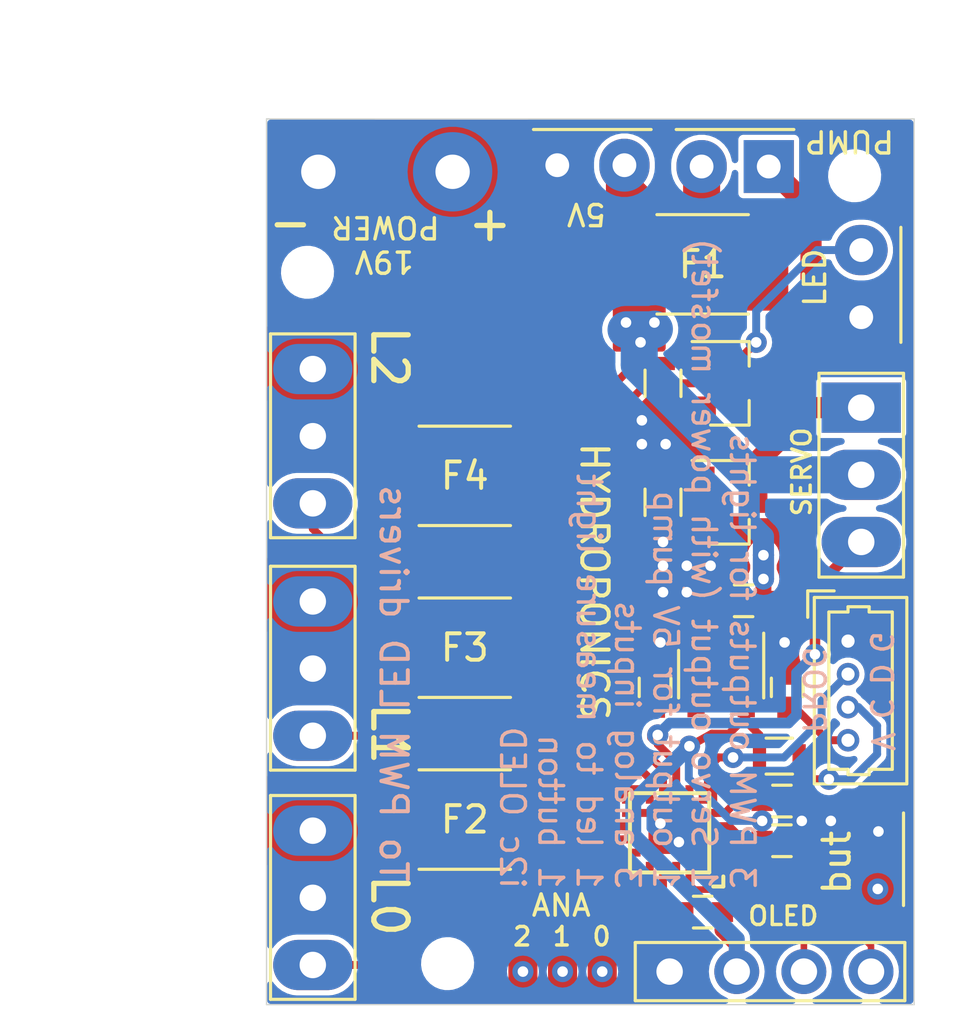
<source format=kicad_pcb>
(kicad_pcb (version 20221018) (generator pcbnew)
  (layers (0 "F.Cu" signal) (31 "B.Cu" signal) (34 "B.Paste" user) (35 "F.Paste" user) (36 "B.SilkS" user "B.Silkscreen") (37 "F.SilkS" user "F.Silkscreen") (38 "B.Mask" user) (39 "F.Mask" user) (44 "Edge.Cuts" user))
  (net 0 "")
  (net 1 "GND")
  (net 2 "Net-(C2-Pad1)")
  (net 3 "/C2D")
  (net 4 "/C2C")
  (net 5 "/SDA")
  (net 6 "/SCL")
  (net 7 "/BUT")
  (net 8 "Net-(U2-Pad7)")
  (net 9 "+5V")
  (net 10 "+3V3")
  (net 11 "Net-(F1-Pad1)")
  (net 12 "Net-(F2-Pad1)")
  (net 13 "+VDC")
  (net 14 "Net-(F3-Pad1)")
  (net 15 "Net-(F4-Pad1)")
  (net 16 "Net-(J2-Pad1)")
  (net 17 "/LED")
  (net 18 "Net-(J7-Pad1)")
  (net 19 "/SERVs")
  (net 20 "/PWM0")
  (net 21 "/PWM1")
  (net 22 "/PWM2")
  (net 23 "/SERVpwr")
  (net 24 "/ANA0")
  (net 25 "/ANA2")
  (net 26 "/ANA1")
  (net 27 "/PUMP")
  (net 28 "Net-(U2-Pad19)")
  (footprint "Capacitors_SMD:C_0603" (layer "F.Cu") (at 146.7 119.5 90)
    (fp_text reference "C2" hide)
    (fp_text value "470p" hide)
    (fp_line (start -0.35 -0.6) (end 0.35 -0.6) (stroke (width 0.12)) (layer "F.SilkS"))
    (fp_line (start 0.35 0.6) (end -0.35 0.6) (stroke (width 0.12)) (layer "F.SilkS"))
    (pad "1" smd rect (at -0.75 0 90) (size 0.8 0.75) (layers "F.Cu" "F.Paste" "F.Mask") (net 2 "Net-(C2-Pad1)"))
    (pad "2" smd rect (at 0.75 0 90) (size 0.8 0.75) (layers "F.Cu" "F.Paste" "F.Mask") (net 1 "GND"))
  )
  (footprint "Capacitors_SMD:C_0603" (layer "F.Cu") (at 151.5 123.8)
    (fp_text reference "C3" hide)
    (fp_text value "2uf" hide)
    (fp_line (start -0.35 -0.6) (end 0.35 -0.6) (stroke (width 0.12)) (layer "F.SilkS"))
    (fp_line (start 0.35 0.6) (end -0.35 0.6) (stroke (width 0.12)) (layer "F.SilkS"))
    (pad "1" smd rect (at -0.75 0) (size 0.8 0.75) (layers "F.Cu" "F.Paste" "F.Mask") (net 10 "+3V3"))
    (pad "2" smd rect (at 0.75 0) (size 0.8 0.75) (layers "F.Cu" "F.Paste" "F.Mask") (net 1 "GND"))
  )
  (footprint "Capacitors_SMD:C_0603" (layer "F.Cu") (at 151.5 125.3)
    (fp_text reference "C4" hide)
    (fp_text value "100n" hide)
    (fp_line (start -0.35 -0.6) (end 0.35 -0.6) (stroke (width 0.12)) (layer "F.SilkS"))
    (fp_line (start 0.35 0.6) (end -0.35 0.6) (stroke (width 0.12)) (layer "F.SilkS"))
    (pad "1" smd rect (at -0.75 0) (size 0.8 0.75) (layers "F.Cu" "F.Paste" "F.Mask") (net 10 "+3V3"))
    (pad "2" smd rect (at 0.75 0) (size 0.8 0.75) (layers "F.Cu" "F.Paste" "F.Mask") (net 1 "GND"))
  )
  (footprint "Capacitors_SMD:C_0603" (layer "F.Cu") (at 151.7 119.5 90)
    (fp_text reference "C5" hide)
    (fp_text value "2uf" hide)
    (fp_line (start -0.35 -0.6) (end 0.35 -0.6) (stroke (width 0.12)) (layer "F.SilkS"))
    (fp_line (start 0.35 0.6) (end -0.35 0.6) (stroke (width 0.12)) (layer "F.SilkS"))
    (pad "1" smd rect (at -0.75 0 90) (size 0.8 0.75) (layers "F.Cu" "F.Paste" "F.Mask") (net 10 "+3V3"))
    (pad "2" smd rect (at 0.75 0 90) (size 0.8 0.75) (layers "F.Cu" "F.Paste" "F.Mask") (net 1 "GND"))
  )
  (footprint "Capacitors_SMD:C_0603" (layer "F.Cu") (at 148.5 128 180)
    (fp_text reference "C6" hide)
    (fp_text value "10uf" hide)
    (fp_line (start -0.35 -0.6) (end 0.35 -0.6) (stroke (width 0.12)) (layer "F.SilkS"))
    (fp_line (start 0.35 0.6) (end -0.35 0.6) (stroke (width 0.12)) (layer "F.SilkS"))
    (pad "1" smd rect (at -0.75 0 180) (size 0.8 0.75) (layers "F.Cu" "F.Paste" "F.Mask") (net 10 "+3V3"))
    (pad "2" smd rect (at 0.75 0 180) (size 0.8 0.75) (layers "F.Cu" "F.Paste" "F.Mask") (net 1 "GND"))
  )
  (footprint "Resistors_SMD:R_1812" (layer "F.Cu") (at 148.5 103.5 180)
    (fp_text reference "F1" (at 0 0) (layer "F.SilkS"))
    (fp_text value "F0.75" hide)
    (fp_line (start -1.73 -1.88) (end 1.73 -1.88) (stroke (width 0.12)) (layer "F.SilkS"))
    (fp_line (start -1.73 1.88) (end 1.73 1.88) (stroke (width 0.12)) (layer "F.SilkS"))
    (pad "1" smd rect (at -2.44 0 180) (size 1.6 3.5) (layers "F.Cu" "F.Paste" "F.Mask") (net 11 "Net-(F1-Pad1)"))
    (pad "2" smd rect (at 2.44 0 180) (size 1.6 3.5) (layers "F.Cu" "F.Paste" "F.Mask") (net 9 "+5V"))
  )
  (footprint "Resistors_SMD:R_1812" (layer "F.Cu") (at 139.5 111.5)
    (fp_text reference "F4" (at 0 0) (layer "F.SilkS"))
    (fp_text value "F1.5" hide)
    (fp_line (start -1.73 -1.88) (end 1.73 -1.88) (stroke (width 0.12)) (layer "F.SilkS"))
    (fp_line (start -1.73 1.88) (end 1.73 1.88) (stroke (width 0.12)) (layer "F.SilkS"))
    (pad "1" smd rect (at -2.44 0) (size 1.6 3.5) (layers "F.Cu" "F.Paste" "F.Mask") (net 15 "Net-(F4-Pad1)"))
    (pad "2" smd rect (at 2.44 0) (size 1.6 3.5) (layers "F.Cu" "F.Paste" "F.Mask") (net 13 "+VDC"))
  )
  (footprint "KiCadCustomLibs:Conn_Power" (layer "F.Cu") (at 136.5 100)
    (fp_text reference "J1" hide)
    (fp_text value "POWER" (at 0 2.1 180 unlocked) (layer "F.SilkS") (effects (font (size 0.8 0.8) (thickness 0.13))))
    (pad "1" thru_hole rect (at -2.54 0) (size 3 3) (drill 1.3) (layers "*.Cu" "*.Mask") (net 1 "GND"))
    (pad "2" thru_hole circle (at 2.54 0) (size 3 3) (drill 1.3) (layers "*.Cu" "*.Mask") (net 13 "+VDC"))
  )
  (footprint "KiCadCustomLibs:Conn_1x02_2.54_0.9mm" (layer "F.Cu") (at 143 99.75 90)
    (fp_text reference "J4" hide)
    (fp_text value "5VDC" hide)
    (pad "1" thru_hole rect (at 0 0 90) (size 2 1.9) (drill 0.9) (layers "*.Cu" "*.Mask") (net 1 "GND"))
    (pad "2" thru_hole oval (at 0 2.54 90) (size 2 1.9) (drill 0.9) (layers "*.Cu" "*.Mask") (net 9 "+5V"))
  )
  (footprint "KiCadCustomLibs:Conn_1x03_2.54mm" (layer "F.Cu") (at 154.5 108.92)
    (fp_text reference "J7" hide)
    (fp_text value "SERVO" hide)
    (fp_line (start -1.6 -1.3) (end -1.6 6.41) (stroke (width 0.12)) (layer "F.SilkS"))
    (fp_line (start -1.6 -1.3) (end 1.6 -1.3) (stroke (width 0.12)) (layer "F.SilkS"))
    (fp_line (start -1.6 6.41) (end 1.6 6.41) (stroke (width 0.12)) (layer "F.SilkS"))
    (fp_line (start 1.6 -1.3) (end 1.6 6.41) (stroke (width 0.12)) (layer "F.SilkS"))
    (pad "1" thru_hole rect (at 0 0) (size 3 1.9) (drill 1) (layers "*.Cu" "*.Mask") (net 18 "Net-(J7-Pad1)"))
    (pad "2" thru_hole oval (at 0 2.54) (size 3 1.9) (drill 1) (layers "*.Cu" "*.Mask") (net 9 "+5V"))
    (pad "3" thru_hole oval (at 0 5.08) (size 3 1.9) (drill 1) (layers "*.Cu" "*.Mask") (net 19 "/SERVs"))
  )
  (footprint "KiCadCustomLibs:Conn_1x03_2.54mm" (layer "F.Cu") (at 133.75 121.33 180)
    (fp_text reference "J9" hide)
    (fp_text value "LIGHT1" hide)
    (fp_line (start -1.6 -1.3) (end -1.6 6.41) (stroke (width 0.12)) (layer "F.SilkS"))
    (fp_line (start -1.6 -1.3) (end 1.6 -1.3) (stroke (width 0.12)) (layer "F.SilkS"))
    (fp_line (start -1.6 6.41) (end 1.6 6.41) (stroke (width 0.12)) (layer "F.SilkS"))
    (fp_line (start 1.6 -1.3) (end 1.6 6.41) (stroke (width 0.12)) (layer "F.SilkS"))
    (pad "1" thru_hole oval (at 0 0 180) (size 3 1.9) (drill 1) (layers "*.Cu" "*.Mask") (net 21 "/PWM1"))
    (pad "2" thru_hole rect (at 0 2.54 180) (size 3 1.9) (drill 1) (layers "*.Cu" "*.Mask") (net 1 "GND"))
    (pad "3" thru_hole oval (at 0 5.08 180) (size 3 1.9) (drill 1) (layers "*.Cu" "*.Mask") (net 14 "Net-(F3-Pad1)"))
  )
  (footprint "KiCadCustomLibs:Conn_1x03_2.54mm" (layer "F.Cu") (at 133.75 112.54 180)
    (fp_text reference "J10" hide)
    (fp_text value "LIGHT2" hide)
    (fp_line (start -1.6 -1.3) (end -1.6 6.41) (stroke (width 0.12)) (layer "F.SilkS"))
    (fp_line (start -1.6 -1.3) (end 1.6 -1.3) (stroke (width 0.12)) (layer "F.SilkS"))
    (fp_line (start -1.6 6.41) (end 1.6 6.41) (stroke (width 0.12)) (layer "F.SilkS"))
    (fp_line (start 1.6 -1.3) (end 1.6 6.41) (stroke (width 0.12)) (layer "F.SilkS"))
    (pad "1" thru_hole oval (at 0 0 180) (size 3 1.9) (drill 1) (layers "*.Cu" "*.Mask") (net 22 "/PWM2"))
    (pad "2" thru_hole rect (at 0 2.54 180) (size 3 1.9) (drill 1) (layers "*.Cu" "*.Mask") (net 1 "GND"))
    (pad "3" thru_hole oval (at 0 5.08 180) (size 3 1.9) (drill 1) (layers "*.Cu" "*.Mask") (net 15 "Net-(F4-Pad1)"))
  )
  (footprint "TO_SOT_Packages_SMD:SOT-23" (layer "F.Cu") (at 149.5 112.5)
    (fp_text reference "Q1" hide)
    (fp_text value "SI2312" hide)
    (fp_line (start 0.76 -1.58) (end -1.4 -1.58) (stroke (width 0.12)) (layer "F.SilkS"))
    (fp_line (start 0.76 -1.58) (end 0.76 -0.65) (stroke (width 0.12)) (layer "F.SilkS"))
    (fp_line (start 0.76 1.58) (end -0.7 1.58) (stroke (width 0.12)) (layer "F.SilkS"))
    (fp_line (start 0.76 1.58) (end 0.76 0.65) (stroke (width 0.12)) (layer "F.SilkS"))
    (pad "1" smd rect (at -1 -0.95) (size 0.9 0.8) (layers "F.Cu" "F.Paste" "F.Mask") (net 23 "/SERVpwr"))
    (pad "2" smd rect (at -1 0.95) (size 0.9 0.8) (layers "F.Cu" "F.Paste" "F.Mask") (net 1 "GND"))
    (pad "3" smd rect (at 1 0) (size 0.9 0.8) (layers "F.Cu" "F.Paste" "F.Mask") (net 18 "Net-(J7-Pad1)"))
  )
  (footprint "TO_SOT_Packages_SMD:SOT-23" (layer "F.Cu") (at 149.5 108)
    (fp_text reference "Q2" hide)
    (fp_text value "SI2312" hide)
    (fp_line (start 0.76 -1.58) (end -1.4 -1.58) (stroke (width 0.12)) (layer "F.SilkS"))
    (fp_line (start 0.76 -1.58) (end 0.76 -0.65) (stroke (width 0.12)) (layer "F.SilkS"))
    (fp_line (start 0.76 1.58) (end -0.7 1.58) (stroke (width 0.12)) (layer "F.SilkS"))
    (fp_line (start 0.76 1.58) (end 0.76 0.65) (stroke (width 0.12)) (layer "F.SilkS"))
    (pad "1" smd rect (at -1 -0.95) (size 0.9 0.8) (layers "F.Cu" "F.Paste" "F.Mask") (net 27 "/PUMP"))
    (pad "2" smd rect (at -1 0.95) (size 0.9 0.8) (layers "F.Cu" "F.Paste" "F.Mask") (net 1 "GND"))
    (pad "3" smd rect (at 1 0) (size 0.9 0.8) (layers "F.Cu" "F.Paste" "F.Mask") (net 16 "Net-(J2-Pad1)"))
  )
  (footprint "Resistors_SMD:R_0603" (layer "F.Cu") (at 151.4 122.1)
    (fp_text reference "R1" hide)
    (fp_text value "10K" hide)
    (fp_line (start -0.5 -0.68) (end 0.5 -0.68) (stroke (width 0.12)) (layer "F.SilkS"))
    (fp_line (start 0.5 0.68) (end -0.5 0.68) (stroke (width 0.12)) (layer "F.SilkS"))
    (pad "1" smd rect (at -0.75 0) (size 0.5 0.9) (layers "F.Cu" "F.Paste" "F.Mask") (net 10 "+3V3"))
    (pad "2" smd rect (at 0.75 0) (size 0.5 0.9) (layers "F.Cu" "F.Paste" "F.Mask") (net 4 "/C2C"))
  )
  (footprint "Resistors_SMD:R_0603" (layer "F.Cu") (at 147 108 -90)
    (fp_text reference "R2" hide)
    (fp_text value "10K" hide)
    (fp_line (start -0.5 -0.68) (end 0.5 -0.68) (stroke (width 0.12)) (layer "F.SilkS"))
    (fp_line (start 0.5 0.68) (end -0.5 0.68) (stroke (width 0.12)) (layer "F.SilkS"))
    (pad "1" smd rect (at -0.75 0 270) (size 0.5 0.9) (layers "F.Cu" "F.Paste" "F.Mask") (net 27 "/PUMP"))
    (pad "2" smd rect (at 0.75 0 270) (size 0.5 0.9) (layers "F.Cu" "F.Paste" "F.Mask") (net 1 "GND"))
  )
  (footprint "KiCadCustomLibs:POWER2PIN_2" (layer "F.Cu") (at 155.125 126.025 90)
    (fp_text reference "SW2" hide)
    (fp_text value "but" (at -0.1 -1.55 90) (layer "F.SilkS"))
    (pad "1" smd rect (at -1.1 0 90) (size 1.5 1.5) (layers "F.Cu" "F.Paste" "F.Mask") (net 7 "/BUT"))
    (pad "2" smd rect (at 1.1 0 90) (size 1.5 1.5) (layers "F.Cu" "F.Paste" "F.Mask") (net 1 "GND"))
  )
  (footprint "TO_SOT_Packages_SMD:SOT-23-5" (layer "F.Cu") (at 149.2 119 -90)
    (fp_text reference "U1" hide)
    (fp_text value "MIC5219-3.3" hide)
    (fp_line (start -0.9 1.61) (end 0.9 1.61) (stroke (width 0.12)) (layer "F.SilkS"))
    (fp_line (start 0.9 -1.61) (end -1.55 -1.61) (stroke (width 0.12)) (layer "F.SilkS"))
    (pad "1" smd rect (at -1.1 -0.95 270) (size 1.06 0.65) (layers "F.Cu" "F.Paste" "F.Mask") (net 9 "+5V"))
    (pad "2" smd rect (at -1.1 0 270) (size 1.06 0.65) (layers "F.Cu" "F.Paste" "F.Mask") (net 1 "GND"))
    (pad "3" smd rect (at -1.1 0.95 270) (size 1.06 0.65) (layers "F.Cu" "F.Paste" "F.Mask") (net 9 "+5V"))
    (pad "4" smd rect (at 1.1 0.95 270) (size 1.06 0.65) (layers "F.Cu" "F.Paste" "F.Mask") (net 2 "Net-(C2-Pad1)"))
    (pad "5" smd rect (at 1.1 -0.95 270) (size 1.06 0.65) (layers "F.Cu" "F.Paste" "F.Mask") (net 10 "+3V3"))
  )
  (footprint "KiCadCustomLibs:QFN20" (layer "F.Cu") (at 147.25 125 90)
    (fp_text reference "U2" hide)
    (fp_text value "EFM8BB1" hide)
    (fp_line (start -2.032 2.032) (end -2.032 1.651) (stroke (width 0.15)) (layer "F.SilkS"))
    (fp_line (start -1.651 2.032) (end -2.032 2.032) (stroke (width 0.15)) (layer "F.SilkS"))
    (fp_line (start -1.5 -1.5) (end -1.5 1.5) (stroke (width 0.15)) (layer "F.SilkS"))
    (fp_line (start -1.5 1.5) (end 1.5 1.5) (stroke (width 0.15)) (layer "F.SilkS"))
    (fp_line (start 1.5 -1.5) (end -1.5 -1.5) (stroke (width 0.15)) (layer "F.SilkS"))
    (fp_line (start 1.5 1.5) (end 1.5 -1.5) (stroke (width 0.15)) (layer "F.SilkS"))
    (pad "1" smd rect (at -1.45 1.45 90) (size 0.7 0.7) (layers "F.Cu" "F.Paste" "F.Mask") (net 5 "/SDA"))
    (pad "2" smd rect (at -0.75 1.45 90) (size 0.3 0.7) (layers "F.Cu" "F.Paste" "F.Mask") (net 7 "/BUT"))
    (pad "3" smd rect (at -0.25 1.45 90) (size 0.3 0.7) (layers "F.Cu" "F.Paste" "F.Mask") (net 1 "GND"))
    (pad "4" smd rect (at 0.25 1.45 90) (size 0.3 0.7) (layers "F.Cu" "F.Paste" "F.Mask") (net 10 "+3V3"))
    (pad "5" smd rect (at 0.75 1.45 90) (size 0.3 0.7) (layers "F.Cu" "F.Paste" "F.Mask") (net 4 "/C2C"))
    (pad "6" smd rect (at 1.45 1.45 90) (size 0.7 0.7) (layers "F.Cu" "F.Paste" "F.Mask") (net 3 "/C2D"))
    (pad "7" smd rect (at 1.45 0.75 180) (size 0.3 0.7) (layers "F.Cu" "F.Paste" "F.Mask") (net 8 "Net-(U2-Pad7)"))
    (pad "8" smd rect (at 1.45 0.25 180) (size 0.3 0.7) (layers "F.Cu" "F.Paste" "F.Mask") (net 19 "/SERVs"))
    (pad "9" smd rect (at 1.45 -0.25 180) (size 0.3 0.7) (layers "F.Cu" "F.Paste" "F.Mask") (net 23 "/SERVpwr"))
    (pad "10" smd rect (at 1.45 -0.75 180) (size 0.3 0.7) (layers "F.Cu" "F.Paste" "F.Mask") (net 17 "/LED"))
    (pad "11" smd rect (at 1.45 -1.45 90) (size 0.7 0.7) (layers "F.Cu" "F.Paste" "F.Mask") (net 27 "/PUMP"))
    (pad "12" smd rect (at 0.75 -1.45 90) (size 0.3 0.7) (layers "F.Cu" "F.Paste" "F.Mask") (net 1 "GND"))
    (pad "13" smd rect (at 0.25 -1.45 90) (size 0.3 0.7) (layers "F.Cu" "F.Paste" "F.Mask") (net 22 "/PWM2"))
    (pad "14" smd rect (at -0.25 -1.45 90) (size 0.3 0.7) (layers "F.Cu" "F.Paste" "F.Mask") (net 21 "/PWM1"))
    (pad "15" smd rect (at -0.75 -1.45 90) (size 0.3 0.7) (layers "F.Cu" "F.Paste" "F.Mask") (net 20 "/PWM0"))
    (pad "16" smd rect (at -1.45 -1.45 90) (size 0.7 0.7) (layers "F.Cu" "F.Paste" "F.Mask") (net 25 "/ANA2"))
    (pad "17" smd rect (at -1.45 -0.75 180) (size 0.3 0.7) (layers "F.Cu" "F.Paste" "F.Mask") (net 26 "/ANA1"))
    (pad "18" smd rect (at -1.45 -0.25 180) (size 0.3 0.7) (layers "F.Cu" "F.Paste" "F.Mask") (net 24 "/ANA0"))
    (pad "19" smd rect (at -1.45 0.25 180) (size 0.3 0.7) (layers "F.Cu" "F.Paste" "F.Mask") (net 28 "Net-(U2-Pad19)"))
    (pad "20" smd rect (at -1.45 0.75 180) (size 0.3 0.7) (layers "F.Cu" "F.Paste" "F.Mask") (net 6 "/SCL"))
    (pad "21" smd rect (at 0 0 90) (size 1.6 1.6) (layers "F.Cu" "F.Paste" "F.Mask") (net 1 "GND"))
  )
  (footprint "KiCadCustomLibs:Conn_1x03_2.54mm" (layer "F.Cu") (at 133.75 130 180)
    (fp_text reference "J8" hide)
    (fp_text value "LIGHT0" hide)
    (fp_line (start -1.6 -1.3) (end -1.6 6.41) (stroke (width 0.12)) (layer "F.SilkS"))
    (fp_line (start -1.6 -1.3) (end 1.6 -1.3) (stroke (width 0.12)) (layer "F.SilkS"))
    (fp_line (start -1.6 6.41) (end 1.6 6.41) (stroke (width 0.12)) (layer "F.SilkS"))
    (fp_line (start 1.6 -1.3) (end 1.6 6.41) (stroke (width 0.12)) (layer "F.SilkS"))
    (pad "1" thru_hole oval (at 0 0 180) (size 3 1.9) (drill 1) (layers "*.Cu" "*.Mask") (net 20 "/PWM0"))
    (pad "2" thru_hole rect (at 0 2.54 180) (size 3 1.9) (drill 1) (layers "*.Cu" "*.Mask") (net 1 "GND"))
    (pad "3" thru_hole oval (at 0 5.08 180) (size 3 1.9) (drill 1) (layers "*.Cu" "*.Mask") (net 12 "Net-(F2-Pad1)"))
  )
  (footprint "KiCadCustomLibs:Conn_1x02_2.54_0.9mm" (layer "F.Cu") (at 151 99.8 -90)
    (fp_text reference "J2" hide)
    (fp_text value "PUMP" hide)
    (pad "1" thru_hole rect (at 0 0 270) (size 2 1.9) (drill 0.9) (layers "*.Cu" "*.Mask") (net 16 "Net-(J2-Pad1)"))
    (pad "2" thru_hole oval (at 0 2.54 270) (size 2 1.9) (drill 0.9) (layers "*.Cu" "*.Mask") (net 11 "Net-(F1-Pad1)"))
  )
  (footprint "Resistors_SMD:R_1812" (layer "F.Cu") (at 139.5 118)
    (fp_text reference "F3" (at 0 0) (layer "F.SilkS"))
    (fp_text value "F1.5" hide)
    (fp_line (start -1.73 -1.88) (end 1.73 -1.88) (stroke (width 0.12)) (layer "F.SilkS"))
    (fp_line (start -1.73 1.88) (end 1.73 1.88) (stroke (width 0.12)) (layer "F.SilkS"))
    (pad "1" smd rect (at -2.44 0) (size 1.6 3.5) (layers "F.Cu" "F.Paste" "F.Mask") (net 14 "Net-(F3-Pad1)"))
    (pad "2" smd rect (at 2.44 0) (size 1.6 3.5) (layers "F.Cu" "F.Paste" "F.Mask") (net 13 "+VDC"))
  )
  (footprint "Resistors_SMD:R_1812" (layer "F.Cu") (at 139.5 124.5)
    (fp_text reference "F2" (at 0 0) (layer "F.SilkS"))
    (fp_text value "F1.5" hide)
    (fp_line (start -1.73 -1.88) (end 1.73 -1.88) (stroke (width 0.12)) (layer "F.SilkS"))
    (fp_line (start -1.73 1.88) (end 1.73 1.88) (stroke (width 0.12)) (layer "F.SilkS"))
    (pad "1" smd rect (at -2.44 0) (size 1.6 3.5) (layers "F.Cu" "F.Paste" "F.Mask") (net 12 "Net-(F2-Pad1)"))
    (pad "2" smd rect (at 2.44 0) (size 1.6 3.5) (layers "F.Cu" "F.Paste" "F.Mask") (net 13 "+VDC"))
  )
  (footprint "Resistors_SMD:R_0603" (layer "F.Cu") (at 147 112.5 -90)
    (fp_text reference "R3" hide)
    (fp_text value "10K" hide)
    (fp_line (start -0.5 -0.68) (end 0.5 -0.68) (stroke (width 0.12)) (layer "F.SilkS"))
    (fp_line (start 0.5 0.68) (end -0.5 0.68) (stroke (width 0.12)) (layer "F.SilkS"))
    (pad "1" smd rect (at -0.75 0 270) (size 0.5 0.9) (layers "F.Cu" "F.Paste" "F.Mask") (net 23 "/SERVpwr"))
    (pad "2" smd rect (at 0.75 0 270) (size 0.5 0.9) (layers "F.Cu" "F.Paste" "F.Mask") (net 1 "GND"))
  )
  (footprint "KiCadCustomLibs:Conn_1x02_2.54_0.9mm" (layer "F.Cu") (at 154.5 105.5 180)
    (fp_text reference "J6" hide)
    (fp_text value "LEDsens" hide)
    (pad "1" thru_hole rect (at 0 0 180) (size 2 1.9) (drill 0.9) (layers "*.Cu" "*.Mask") (net 1 "GND"))
    (pad "2" thru_hole oval (at 0 2.54 180) (size 2 1.9) (drill 0.9) (layers "*.Cu" "*.Mask") (net 17 "/LED"))
  )
  (footprint "Capacitors_SMD:C_0603" (layer "F.Cu") (at 150.05 116.225 180)
    (fp_text reference "C1" hide)
    (fp_text value "1uf" hide)
    (fp_line (start -0.35 -0.6) (end 0.35 -0.6) (stroke (width 0.12)) (layer "F.SilkS"))
    (fp_line (start 0.35 0.6) (end -0.35 0.6) (stroke (width 0.12)) (layer "F.SilkS"))
    (pad "1" smd rect (at -0.75 0 180) (size 0.8 0.75) (layers "F.Cu" "F.Paste" "F.Mask") (net 9 "+5V"))
    (pad "2" smd rect (at 0.75 0 180) (size 0.8 0.75) (layers "F.Cu" "F.Paste" "F.Mask") (net 1 "GND"))
  )
  (footprint "KiCadCustomLibs:MountingHole_1.5mm" (layer "F.Cu") (at 138.85 129.95)
    (fp_text reference "REF**" hide)
    (fp_text value "hole" hide)
    (pad "" np_thru_hole circle (at 0 0) (size 1.5 1.5) (drill 1.5) (layers "*.Cu" "*.Mask"))
  )
  (footprint "KiCadCustomLibs:MountingHole_1.5mm" (layer "F.Cu") (at 133.55 103.8)
    (fp_text reference "REF**" hide)
    (fp_text value "hole" hide)
    (pad "" np_thru_hole circle (at 0 0) (size 1.5 1.5) (drill 1.5) (layers "*.Cu" "*.Mask"))
  )
  (footprint "Pin_Headers:Pin_Header_Straight_1x04_Pitch2.54mm" (layer "F.Cu") (at 147.25 130.25 90)
    (fp_text reference "J3" hide)
    (fp_text value "OLED")
    (fp_line (start -1.1 -1.3) (end -1.1 8.9) (stroke (width 0.12)) (layer "F.SilkS"))
    (fp_line (start -1.1 -1.3) (end 1.1 -1.3) (stroke (width 0.12)) (layer "F.SilkS"))
    (fp_line (start -1.1 8.9) (end 1.1 8.9) (stroke (width 0.12)) (layer "F.SilkS"))
    (fp_line (start 1.1 -1.3) (end 1.1 8.9) (stroke (width 0.12)) (layer "F.SilkS"))
    (pad "1" thru_hole rect (at 0 0 90) (size 1.7 1.7) (drill 1) (layers "*.Cu" "*.Mask") (net 1 "GND"))
    (pad "2" thru_hole oval (at 0 2.54 90) (size 1.7 1.7) (drill 1) (layers "*.Cu" "*.Mask") (net 10 "+3V3"))
    (pad "3" thru_hole oval (at 0 5.08 90) (size 1.7 1.7) (drill 1) (layers "*.Cu" "*.Mask") (net 6 "/SCL"))
    (pad "4" thru_hole oval (at 0 7.62 90) (size 1.7 1.7) (drill 1) (layers "*.Cu" "*.Mask") (net 5 "/SDA"))
  )
  (footprint "Connectors_Molex:Molex_PicoBlade_53047-0410_04x1.25mm_Straight" (layer "F.Cu") (at 154 117.75 -90)
    (fp_text reference "J5" hide)
    (fp_text value "PROG")
    (fp_line (start -1.9 1.525) (end -1.9 0.525) (stroke (width 0.12)) (layer "F.SilkS"))
    (fp_line (start -1.9 1.525) (end -0.9 1.525) (stroke (width 0.12)) (layer "F.SilkS"))
    (fp_line (start -1.65 -2.225) (end -1.65 1.275) (stroke (width 0.12)) (layer "F.SilkS"))
    (fp_line (start -1.65 1.275) (end 5.4 1.275) (stroke (width 0.12)) (layer "F.SilkS"))
    (fp_line (start -1.3 -0.8) (end -1.1 -0.8) (stroke (width 0.12)) (layer "F.SilkS"))
    (fp_line (start -1.3 0) (end -1.3 -0.8) (stroke (width 0.12)) (layer "F.SilkS"))
    (fp_line (start -1.1 -1.675) (end 1.875 -1.675) (stroke (width 0.12)) (layer "F.SilkS"))
    (fp_line (start -1.1 -0.8) (end -1.1 -1.675) (stroke (width 0.12)) (layer "F.SilkS"))
    (fp_line (start -1.1 0) (end -1.3 0) (stroke (width 0.12)) (layer "F.SilkS"))
    (fp_line (start -1.1 0.725) (end -1.1 0) (stroke (width 0.12)) (layer "F.SilkS"))
    (fp_line (start 1.875 0.725) (end -1.1 0.725) (stroke (width 0.12)) (layer "F.SilkS"))
    (fp_line (start 1.875 0.725) (end 4.85 0.725) (stroke (width 0.12)) (layer "F.SilkS"))
    (fp_line (start 4.85 -1.675) (end 1.875 -1.675) (stroke (width 0.12)) (layer "F.SilkS"))
    (fp_line (start 4.85 -0.8) (end 4.85 -1.675) (stroke (width 0.12)) (layer "F.SilkS"))
    (fp_line (start 4.85 0) (end 5.05 0) (stroke (width 0.12)) (layer "F.SilkS"))
    (fp_line (start 4.85 0.725) (end 4.85 0) (stroke (width 0.12)) (layer "F.SilkS"))
    (fp_line (start 5.05 -0.8) (end 4.85 -0.8) (stroke (width 0.12)) (layer "F.SilkS"))
    (fp_line (start 5.05 0) (end 5.05 -0.8) (stroke (width 0.12)) (layer "F.SilkS"))
    (fp_line (start 5.4 -2.225) (end -1.65 -2.225) (stroke (width 0.12)) (layer "F.SilkS"))
    (fp_line (start 5.4 1.275) (end 5.4 -2.225) (stroke (width 0.12)) (layer "F.SilkS"))
    (pad "1" thru_hole rect (at 0 0 270) (size 0.85 0.85) (drill 0.5) (layers "*.Cu" "*.Mask") (net 1 "GND"))
    (pad "2" thru_hole circle (at 1.25 0 270) (size 0.85 0.85) (drill 0.5) (layers "*.Cu" "*.Mask") (net 3 "/C2D"))
    (pad "3" thru_hole circle (at 2.5 0 270) (size 0.85 0.85) (drill 0.5) (layers "*.Cu" "*.Mask") (net 4 "/C2C"))
    (pad "4" thru_hole circle (at 3.75 0 270) (size 0.85 0.85) (drill 0.5) (layers "*.Cu" "*.Mask") (net 10 "+3V3"))
  )
  (footprint "KiCadCustomLibs:PROG-3pin" (layer "F.Cu") (at 143.2 130.25)
    (fp_text reference "J11" hide)
    (fp_text value "ANA" (at -0.05 -2.5) (layer "F.SilkS") (effects (font (size 0.8 0.8) (thickness 0.13))))
    (pad "1" smd oval (at 1.5 0) (size 1.1 1.5) (layers "F.Cu" "F.Mask") (net 24 "/ANA0"))
    (pad "2" smd oval (at 0 0) (size 1.1 1.5) (layers "F.Cu" "F.Mask") (net 26 "/ANA1"))
    (pad "3" smd oval (at -1.5 0) (size 1.1 1.5) (layers "F.Cu" "F.Mask") (net 25 "/ANA2"))
  )
  (footprint "KiCadCustomLibs:MountingHole_1.5mm" (layer "F.Cu") (at 154.25 100.15)
    (fp_text reference "REF**" hide)
    (fp_text value "hole" hide)
    (pad "" np_thru_hole circle (at 0 0) (size 1.5 1.5) (drill 1.5) (layers "*.Cu" "*.Mask"))
  )
  (gr_line (start 156 102.1) (end 156 106.45) (stroke (width 0.12)) (layer "F.SilkS"))
  (gr_line (start 147.5 98.4) (end 151.95 98.4) (stroke (width 0.12)) (layer "F.SilkS"))
  (gr_line (start 142.1 98.4) (end 146.55 98.4) (stroke (width 0.12)) (layer "F.SilkS"))
  (gr_line (start 156.1 124.25) (end 156.1 127.75) (stroke (width 0.12)) (layer "F.SilkS"))
  (gr_line (start 156.5 131.5) (end 132 131.5) (stroke (width 0.05)) (layer "Edge.Cuts"))
  (gr_line (start 132 131.5) (end 132 98) (stroke (width 0.05)) (layer "Edge.Cuts"))
  (gr_line (start 156.5 98) (end 156.5 131.5) (stroke (width 0.05)) (layer "Edge.Cuts"))
  (gr_line (start 132 98) (end 156.5 98) (stroke (width 0.05)) (layer "Edge.Cuts"))
  (gr_text "G" (at 155.25 117.8 -90) (layer "B.SilkS") (effects (font (size 0.8 0.8) (thickness 0.13)) (justify mirror)))
  (gr_text "C" (at 155.25 120.3 -90) (layer "B.SilkS") (effects (font (size 0.8 0.8) (thickness 0.13)) (justify mirror)))
  (gr_text "V" (at 155.3 121.55 -90) (layer "B.SilkS") (effects (font (size 0.8 0.8) (thickness 0.13)) (justify mirror)))
  (gr_text "PROG" (at 152.7 119.6 -90) (layer "B.SilkS") (effects (font (size 0.8 0.8) (thickness 0.13)) (justify mirror)))
  (gr_text "To PWM LED drivers" (at 136.8 119.35 270) (layer "B.SilkS") (effects (font (size 1 1)) (justify mirror)))
  (gr_text "D" (at 155.25 119 270) (layer "B.SilkS") (effects (font (size 0.8 0.8) (thickness 0.13)) (justify mirror)))
  (gr_text "3 PWM outputs for lights\n1 Servo output (with power mosfet)\n1 output for 5V pump\n3 analog inputs\n1 led to measure light\n1 button\ni2c OLED" (at 145.65 127.2 -90) (layer "B.SilkS") (effects (font (size 0.9 0.9) (thickness 0.13)) (justify left mirror)))
  (gr_text "PUMP" (at 154.05 98.85 180) (layer "F.SilkS") (effects (font (size 0.8 0.8) (thickness 0.13))))
  (gr_text "+" (at 140.45 102.125 180) (layer "F.SilkS") (effects (font (size 1.3 1.3) (thickness 0.2))))
  (gr_text "-" (at 132.9 102.1 180) (layer "F.SilkS") (effects (font (size 1.3 1.3) (thickness 0.2))))
  (gr_text "1" (at 143.175 128.925) (layer "F.SilkS") (effects (font (size 0.7 0.7) (thickness 0.13))))
  (gr_text "2" (at 141.675 128.925) (layer "F.SilkS") (effects (font (size 0.7 0.7) (thickness 0.13))))
  (gr_text "OLED" (at 151.55 128.15) (layer "F.SilkS") (effects (font (size 0.7 0.7) (thickness 0.13))))
  (gr_text "SERVO" (at 152.25 111.35 90) (layer "F.SilkS") (effects (font (size 0.7 0.7) (thickness 0.13))))
  (gr_text "L2" (at 136.65 107 -90) (layer "F.SilkS") (effects (font (size 1.3 1.3) (thickness 0.2))))
  (gr_text "L1" (at 136.65 121.25 270) (layer "F.SilkS") (effects (font (size 1.3 1.3) (thickness 0.2))))
  (gr_text "L0" (at 136.65 127.75 -90) (layer "F.SilkS") (effects (font (size 1.3 1.3) (thickness 0.2))))
  (gr_text "5V" (at 144.1 101.6 180) (layer "F.SilkS") (effects (font (size 0.8 0.8) (thickness 0.13))))
  (gr_text "19V" (at 136.45 103.4 180) (layer "F.SilkS") (effects (font (size 0.8 0.8) (thickness 0.13))))
  (gr_text "LED" (at 152.75 104 90) (layer "F.SilkS") (effects (font (size 0.8 0.8) (thickness 0.13))))
  (gr_text "HYDROPONICS" (at 144.4 115.5 270) (layer "F.SilkS") (effects (font (size 1 1))))
  (gr_text "0" (at 144.675 128.925) (layer "F.SilkS") (effects (font (size 0.7 0.7) (thickness 0.13))))
  (segment (start 152.25 124.55) (end 152.25 125.3) (width 0.6) (layer "F.Cu") (net 1))
  (segment (start 147.75 128.65) (end 147.25 129.15) (width 0.6) (layer "F.Cu") (net 1))
  (segment (start 152.25 123.8) (end 152.25 124.55) (width 0.6) (layer "F.Cu") (net 1))
  (segment (start 146.5 124.25) (end 147.25 125) (width 0.3) (layer "F.Cu") (net 1))
  (segment (start 147.25 129.15) (end 147.25 130.25) (width 0.6) (layer "F.Cu") (net 1))
  (segment (start 148.7 125.25) (end 147.7 125.25) (width 0.3) (layer "F.Cu") (net 1))
  (segment (start 145.8 124.25) (end 146.5 124.25) (width 0.3) (layer "F.Cu") (net 1))
  (segment (start 147.75 128) (end 147.75 128.65) (width 0.6) (layer "F.Cu") (net 1))
  (segment (start 147.7 125.25) (end 147.6 125.35) (width 0.3) (layer "F.Cu") (net 1))
  (via (at 147 115.9) (size 0.8) (drill 0.4) (layers "F.Cu" "B.Cu") (net 1))
  (via (at 146.9 117.8) (size 0.8) (drill 0.4) (layers "F.Cu" "B.Cu") (net 1))
  (via (at 151.6 117.8) (size 0.8) (drill 0.4) (layers "F.Cu" "B.Cu") (net 1))
  (via (at 146.2 109.4) (size 0.8) (drill 0.4) (layers "F.Cu" "B.Cu") (net 1))
  (via (at 147.6 125.35) (size 0.8) (drill 0.4) (layers "F.Cu" "B.Cu") (net 1))
  (via (at 153.35 124.55) (size 0.8) (drill 0.4) (layers "F.Cu" "B.Cu") (net 1))
  (via (at 148.8 114.9) (size 0.8) (drill 0.4) (layers "F.Cu" "B.Cu") (net 1))
  (via (at 146.2 110.3) (size 0.8) (drill 0.4) (layers "F.Cu" "B.Cu") (net 1))
  (via (at 147 114) (size 0.8) (drill 0.4) (layers "F.Cu" "B.Cu") (net 1))
  (via (at 147.9 114.9) (size 0.8) (drill 0.4) (layers "F.Cu" "B.Cu") (net 1))
  (via (at 155.15 124.95) (size 0.8) (drill 0.4) (layers "F.Cu" "B.Cu") (net 1))
  (via (at 146.9 124.65) (size 0.8) (drill 0.4) (layers "F.Cu" "B.Cu") (net 1))
  (via (at 147.9 115.9) (size 0.8) (drill 0.4) (layers "F.Cu" "B.Cu") (net 1))
  (via (at 147 114.9) (size 0.8) (drill 0.4) (layers "F.Cu" "B.Cu") (net 1))
  (via (at 152.25 124.55) (size 0.8) (drill 0.4) (layers "F.Cu" "B.Cu") (net 1))
  (via (at 147.1 110.3) (size 0.8) (drill 0.4) (layers "F.Cu" "B.Cu") (net 1))
  (segment (start 148.25 120.1) (end 147.7 120.1) (width 0.4) (layer "F.Cu") (net 2))
  (segment (start 147.7 120.1) (end 147.55 120.25) (width 0.4) (layer "F.Cu") (net 2))
  (segment (start 147.55 120.25) (end 146.7 120.25) (width 0.4) (layer "F.Cu") (net 2))
  (segment (start 149.1 122.15) (end 148.7 122.55) (width 0.3) (layer "F.Cu") (net 3))
  (segment (start 148.7 122.55) (end 148.7 123.55) (width 0.3) (layer "F.Cu") (net 3))
  (segment (start 149.65 122.15) (end 149.1 122.15) (width 0.3) (layer "F.Cu") (net 3))
  (via (at 149.65 122.15) (size 0.8) (drill 0.4) (layers "F.Cu" "B.Cu") (net 3))
  (segment (start 153 120.725) (end 153 120) (width 0.3) (layer "B.Cu") (net 3))
  (segment (start 149.65 122.15) (end 151.575 122.15) (width 0.3) (layer "B.Cu") (net 3))
  (segment (start 153 120) (end 154 119) (width 0.3) (layer "B.Cu") (net 3))
  (segment (start 151.575 122.15) (end 153 120.725) (width 0.3) (layer "B.Cu") (net 3))
  (segment (start 151.9 122.95) (end 152.15 122.7) (width 0.3) (layer "F.Cu") (net 4))
  (segment (start 148.7 124.25) (end 149.35 124.25) (width 0.3) (layer "F.Cu") (net 4))
  (segment (start 152.3 122.85) (end 152.425 122.975) (width 0.3) (layer "F.Cu") (net 4))
  (segment (start 152.425 122.975) (end 153.275 122.975) (width 0.3) (layer "F.Cu") (net 4))
  (segment (start 149.85 123.4) (end 150.3 122.95) (width 0.3) (layer "F.Cu") (net 4))
  (segment (start 152.15 122.7) (end 152.3 122.85) (width 0.3) (layer "F.Cu") (net 4))
  (segment (start 149.85 123.75) (end 149.85 123.4) (width 0.3) (layer "F.Cu") (net 4))
  (segment (start 149.35 124.25) (end 149.85 123.75) (width 0.3) (layer "F.Cu") (net 4))
  (segment (start 152.15 122.7) (end 152.15 122.1) (width 0.3) (layer "F.Cu") (net 4))
  (segment (start 150.3 122.95) (end 151.9 122.95) (width 0.3) (layer "F.Cu") (net 4))
  (via (at 153.275 122.975) (size 0.8) (drill 0.4) (layers "F.Cu" "B.Cu") (net 4))
  (segment (start 155.1 120.95) (end 154.4 120.25) (width 0.3) (layer "B.Cu") (net 4))
  (segment (start 155.1 122.025) (end 155.1 120.95) (width 0.3) (layer "B.Cu") (net 4))
  (segment (start 154.4 120.25) (end 154 120.25) (width 0.3) (layer "B.Cu") (net 4))
  (segment (start 153.275 122.975) (end 154.15 122.975) (width 0.3) (layer "B.Cu") (net 4))
  (segment (start 154.15 122.975) (end 155.1 122.025) (width 0.3) (layer "B.Cu") (net 4))
  (segment (start 150.85 126.6) (end 148.85 126.6) (width 0.25) (layer "F.Cu") (net 5))
  (segment (start 154.87 129.27) (end 153.275 127.675) (width 0.25) (layer "F.Cu") (net 5))
  (segment (start 154.87 130.25) (end 154.87 129.27) (width 0.25) (layer "F.Cu") (net 5))
  (segment (start 151.925 127.675) (end 150.85 126.6) (width 0.25) (layer "F.Cu") (net 5))
  (segment (start 153.275 127.675) (end 151.925 127.675) (width 0.25) (layer "F.Cu") (net 5))
  (segment (start 148.85 126.6) (end 148.7 126.45) (width 0.25) (layer "F.Cu") (net 5))
  (segment (start 148 126.45) (end 148 126.95) (width 0.25) (layer "F.Cu") (net 6))
  (segment (start 148.2 127.15) (end 150.45 127.15) (width 0.25) (layer "F.Cu") (net 6))
  (segment (start 152.33 129.03) (end 152.33 130.25) (width 0.25) (layer "F.Cu") (net 6))
  (segment (start 148 126.95) (end 148.2 127.15) (width 0.25) (layer "F.Cu") (net 6))
  (segment (start 150.45 127.15) (end 152.33 129.03) (width 0.25) (layer "F.Cu") (net 6))
  (segment (start 155.125 127.125) (end 155.125 127.125) (width 0.25) (layer "F.Cu") (net 7))
  (segment (start 152.45 127.125) (end 155.125 127.125) (width 0.25) (layer "F.Cu") (net 7))
  (segment (start 148.7 125.75) (end 149.3 125.75) (width 0.25) (layer "F.Cu") (net 7))
  (segment (start 149.625 126.075) (end 151.4 126.075) (width 0.25) (layer "F.Cu") (net 7))
  (segment (start 151.4 126.075) (end 152.45 127.125) (width 0.25) (layer "F.Cu") (net 7))
  (segment (start 149.3 125.75) (end 149.625 126.075) (width 0.25) (layer "F.Cu") (net 7))
  (via (at 155.125 127.125) (size 0.8) (drill 0.4) (layers "F.Cu" "B.Cu") (net 7))
  (segment (start 145.54 99.75) (end 145.54 100.69) (width 1.4) (layer "F.Cu") (net 9))
  (segment (start 150.15 117.9) (end 150.15 118.525) (width 0.25) (layer "F.Cu") (net 9))
  (segment (start 148.75 119.025) (end 148.25 118.525) (width 0.25) (layer "F.Cu") (net 9))
  (segment (start 150.8 116.225) (end 150.8 116.4) (width 0.6) (layer "F.Cu") (net 9))
  (segment (start 145.8125 105.9625) (end 146.06 105.715) (width 0.8) (layer "F.Cu") (net 9))
  (segment (start 150.8 116.4) (end 150.15 117.05) (width 0.6) (layer "F.Cu") (net 9))
  (segment (start 149.65 119.025) (end 148.75 119.025) (width 0.25) (layer "F.Cu") (net 9))
  (segment (start 150.8 115.4) (end 150.8 116.225) (width 0.6) (layer "F.Cu") (net 9))
  (segment (start 146.06 101.21) (end 146.06 103.5) (width 1.4) (layer "F.Cu") (net 9))
  (segment (start 150.15 118.525) (end 149.65 119.025) (width 0.25) (layer "F.Cu") (net 9))
  (segment (start 145.54 100.69) (end 146.06 101.21) (width 1.4) (layer "F.Cu") (net 9))
  (segment (start 150.8 114.5) (end 150.8 115.4) (width 0.6) (layer "F.Cu") (net 9))
  (segment (start 148.25 118.525) (end 148.25 117.9) (width 0.25) (layer "F.Cu") (net 9))
  (segment (start 150.15 117.05) (end 150.15 117.9) (width 0.6) (layer "F.Cu") (net 9))
  (segment (start 146.06 105.715) (end 146.06 103.5) (width 0.8) (layer "F.Cu") (net 9))
  (via (at 146.15 106.45) (size 0.8) (drill 0.4) (layers "F.Cu" "B.Cu") (net 9))
  (via (at 150.8 115.4) (size 0.8) (drill 0.4) (layers "F.Cu" "B.Cu") (net 9))
  (via (at 145.6 105.7) (size 0.8) (drill 0.4) (layers "F.Cu" "B.Cu") (net 9))
  (via (at 146.675 105.7) (size 0.8) (drill 0.4) (layers "F.Cu" "B.Cu") (net 9))
  (via (at 150.8 114.5) (size 0.8) (drill 0.4) (layers "F.Cu" "B.Cu") (net 9))
  (segment (start 150.26 111.46) (end 146.1 107.3) (width 1.4) (layer "B.Cu") (net 9))
  (segment (start 150.8 115.4) (end 150.8 114.5) (width 0.8) (layer "B.Cu") (net 9))
  (segment (start 146.65 105.975) (end 146.675 105.95) (width 1.4) (layer "B.Cu") (net 9))
  (segment (start 150.8 115.4) (end 150.8 114.6) (width 0.8) (layer "B.Cu") (net 9))
  (segment (start 146.1 107.3) (end 146.1 106.3) (width 1.4) (layer "B.Cu") (net 9))
  (segment (start 154.5 111.46) (end 150.26 111.46) (width 1.4) (layer "B.Cu") (net 9))
  (segment (start 150.26 113.26) (end 150.26 111.46) (width 0.8) (layer "B.Cu") (net 9))
  (segment (start 150.8 114.5) (end 150.8 113.8) (width 0.8) (layer "B.Cu") (net 9))
  (segment (start 150.8 113.8) (end 150.26 113.26) (width 0.8) (layer "B.Cu") (net 9))
  (segment (start 145.6 105.975) (end 146.65 105.975) (width 1.4) (layer "B.Cu") (net 9))
  (segment (start 150.75 124.55) (end 150.75 123.8) (width 0.3) (layer "F.Cu") (net 10))
  (segment (start 151.975 120.25) (end 151.7 120.25) (width 0.3) (layer "F.Cu") (net 10))
  (segment (start 151.7 120.25) (end 151.075 120.25) (width 0.3) (layer "F.Cu") (net 10))
  (segment (start 148.7 124.75) (end 149.5 124.75) (width 0.3) (layer "F.Cu") (net 10))
  (segment (start 150.15 120.6) (end 150.15 120.1) (width 0.3) (layer "F.Cu") (net 10))
  (segment (start 151.075 120.25) (end 150.925 120.1) (width 0.3) (layer "F.Cu") (net 10))
  (segment (start 150.65 121.3) (end 150.65 122.1) (width 0.3) (layer "F.Cu") (net 10))
  (segment (start 149.5 124.75) (end 150.05 125.3) (width 0.3) (layer "F.Cu") (net 10))
  (segment (start 149.25 128.675) (end 149.25 128) (width 0.6) (layer "F.Cu") (net 10))
  (segment (start 149.79 129.215) (end 149.25 128.675) (width 0.6) (layer "F.Cu") (net 10))
  (segment (start 148 121.725) (end 148.85 121.25) (width 0.3) (layer "F.Cu") (net 10))
  (segment (start 150.05 125.3) (end 150.75 125.3) (width 0.3) (layer "F.Cu") (net 10))
  (segment (start 150.75 125.3) (end 150.75 124.55) (width 0.3) (layer "F.Cu") (net 10))
  (segment (start 150.15 120.1) (end 150.15 120.8) (width 0.3) (layer "F.Cu") (net 10))
  (segment (start 148.85 121.25) (end 149.5 121.25) (width 0.3) (layer "F.Cu") (net 10))
  (segment (start 149.79 130.25) (end 149.79 129.215) (width 0.6) (layer "F.Cu") (net 10))
  (segment (start 150.925 120.1) (end 150.15 120.1) (width 0.3) (layer "F.Cu") (net 10))
  (segment (start 154 121.5) (end 153.225 121.5) (width 0.3) (layer "F.Cu") (net 10))
  (segment (start 153.225 121.5) (end 151.975 120.25) (width 0.3) (layer "F.Cu") (net 10))
  (segment (start 149.5 121.25) (end 150.15 120.6) (width 0.3) (layer "F.Cu") (net 10))
  (segment (start 150.15 120.8) (end 150.65 121.3) (width 0.3) (layer "F.Cu") (net 10))
  (via (at 148 121.725) (size 0.8) (drill 0.4) (layers "F.Cu" "B.Cu") (net 10))
  (via (at 150.75 124.55) (size 0.8) (drill 0.4) (layers "F.Cu" "B.Cu") (net 10))
  (segment (start 149.575 124.55) (end 150.75 124.55) (width 0.3) (layer "B.Cu") (net 10))
  (segment (start 148 121.725) (end 147.975 121.75) (width 0.3) (layer "B.Cu") (net 10))
  (segment (start 147.975 121.75) (end 147.975 122.95) (width 0.3) (layer "B.Cu") (net 10))
  (segment (start 149.79 129.015) (end 145.875 125.1) (width 0.6) (layer "B.Cu") (net 10))
  (segment (start 149.79 130.25) (end 149.79 129.015) (width 0.6) (layer "B.Cu") (net 10))
  (segment (start 145.875 123.85) (end 148 121.725) (width 0.6) (layer "B.Cu") (net 10))
  (segment (start 145.875 125.1) (end 145.875 123.85) (width 0.6) (layer "B.Cu") (net 10))
  (segment (start 147.975 122.95) (end 149.575 124.55) (width 0.3) (layer "B.Cu") (net 10))
  (segment (start 148.46 102.46) (end 149.5 103.5) (width 1.4) (layer "F.Cu") (net 11))
  (segment (start 149.5 103.5) (end 150.94 103.5) (width 1.4) (layer "F.Cu") (net 11))
  (segment (start 148.46 99.8) (end 148.46 102.46) (width 1.4) (layer "F.Cu") (net 11))
  (segment (start 152.6 101.4) (end 151 99.8) (width 0.8) (layer "F.Cu") (net 16))
  (segment (start 152.6 106.4) (end 152.6 101.4) (width 0.8) (layer "F.Cu") (net 16))
  (segment (start 151 108) (end 152.6 106.4) (width 0.8) (layer "F.Cu") (net 16))
  (segment (start 150.5 108) (end 151 108) (width 0.8) (layer "F.Cu") (net 16))
  (segment (start 150.525 106.45) (end 150.525 106.45) (width 0.3) (layer "F.Cu") (net 17))
  (segment (start 148.975 108) (end 150.525 106.45) (width 0.3) (layer "F.Cu") (net 17))
  (segment (start 146.5 122.95) (end 145.425 121.875) (width 0.3) (layer "F.Cu") (net 17))
  (segment (start 145.425 121.875) (end 145.425 108.975) (width 0.3) (layer "F.Cu") (net 17))
  (segment (start 146.4 108) (end 148.975 108) (width 0.3) (layer "F.Cu") (net 17))
  (segment (start 146.5 123.55) (end 146.5 122.95) (width 0.3) (layer "F.Cu") (net 17))
  (segment (start 145.425 108.975) (end 146.4 108) (width 0.3) (layer "F.Cu") (net 17))
  (via (at 150.525 106.45) (size 0.8) (drill 0.4) (layers "F.Cu" "B.Cu") (net 17))
  (segment (start 150.525 105.275) (end 152.84 102.96) (width 0.3) (layer "B.Cu") (net 17))
  (segment (start 150.525 106.45) (end 150.525 105.275) (width 0.3) (layer "B.Cu") (net 17))
  (segment (start 152.84 102.96) (end 154.5 102.96) (width 0.3) (layer "B.Cu") (net 17))
  (segment (start 152.605 108.92) (end 150.5 111.025) (width 0.8) (layer "F.Cu") (net 18))
  (segment (start 150.5 111.025) (end 150.5 112.5) (width 0.8) (layer "F.Cu") (net 18))
  (segment (start 154.5 108.92) (end 152.605 108.92) (width 0.8) (layer "F.Cu") (net 18))
  (segment (start 146.8 121.3) (end 146.55 121.4) (width 0.3) (layer "F.Cu") (net 19))
  (segment (start 152.75 115.75) (end 154.5 114) (width 0.4) (layer "F.Cu") (net 19))
  (segment (start 147.5 122.35) (end 146.8 121.65) (width 0.3) (layer "F.Cu") (net 19))
  (segment (start 146.8 121.65) (end 146.8 121.3) (width 0.3) (layer "F.Cu") (net 19))
  (segment (start 147.5 123.55) (end 147.5 122.35) (width 0.3) (layer "F.Cu") (net 19))
  (segment (start 152.75 118.25) (end 152.75 115.75) (width 0.4) (layer "F.Cu") (net 19))
  (via (at 152.75 118.25) (size 0.8) (drill 0.4) (layers "F.Cu" "B.Cu") (net 19))
  (via (at 146.8 121.3) (size 0.8) (drill 0.4) (layers "F.Cu" "B.Cu") (net 19))
  (segment (start 147.075 121.025) (end 147.25 120.85) (width 0.4) (layer "B.Cu") (net 19))
  (segment (start 147.25 120.85) (end 151.75 120.85) (width 0.4) (layer "B.Cu") (net 19))
  (segment (start 152.05 120.55) (end 152.05 118.95) (width 0.4) (layer "B.Cu") (net 19))
  (segment (start 146.8 121.3) (end 147.075 121.025) (width 0.4) (layer "B.Cu") (net 19))
  (segment (start 151.75 120.85) (end 152.05 120.55) (width 0.4) (layer "B.Cu") (net 19))
  (segment (start 152.05 118.95) (end 152.75 118.25) (width 0.4) (layer "B.Cu") (net 19))
  (segment (start 145.25 125.75) (end 145.8 125.75) (width 0.3) (layer "F.Cu") (net 20))
  (segment (start 135.65 130) (end 137.7 127.95) (width 0.3) (layer "F.Cu") (net 20))
  (segment (start 137.7 127.95) (end 143.05 127.95) (width 0.3) (layer "F.Cu") (net 20))
  (segment (start 133.75 130) (end 135.65 130) (width 0.3) (layer "F.Cu") (net 20))
  (segment (start 143.05 127.95) (end 145.25 125.75) (width 0.3) (layer "F.Cu") (net 20))
  (segment (start 137.63 121.33) (end 138.4 122.1) (width 0.3) (layer "F.Cu") (net 21))
  (segment (start 133.75 121.33) (end 137.63 121.33) (width 0.3) (layer "F.Cu") (net 21))
  (segment (start 138.4 122.1) (end 138.4 126.65) (width 0.3) (layer "F.Cu") (net 21))
  (segment (start 138.4 126.65) (end 139.2 127.45) (width 0.3) (layer "F.Cu") (net 21))
  (segment (start 145 125.25) (end 145.8 125.25) (width 0.3) (layer "F.Cu") (net 21))
  (segment (start 139.2 127.45) (end 142.8 127.45) (width 0.3) (layer "F.Cu") (net 21))
  (segment (start 142.8 127.45) (end 145 125.25) (width 0.3) (layer "F.Cu") (net 21))
  (segment (start 144.75 124.75) (end 145.8 124.75) (width 0.3) (layer "F.Cu") (net 22))
  (segment (start 139.4 126.9) (end 142.6 126.9) (width 0.3) (layer "F.Cu") (net 22))
  (segment (start 138.9 121.8) (end 138.9 126.4) (width 0.3) (layer "F.Cu") (net 22))
  (segment (start 138.6 114.35) (end 138.6 121.5) (width 0.3) (layer "F.Cu") (net 22))
  (segment (start 138.25 114) (end 138.6 114.35) (width 0.3) (layer "F.Cu") (net 22))
  (segment (start 142.6 126.9) (end 144.75 124.75) (width 0.3) (layer "F.Cu") (net 22))
  (segment (start 138.9 126.4) (end 139.4 126.9) (width 0.3) (layer "F.Cu") (net 22))
  (segment (start 134.25 114) (end 138.25 114) (width 0.3) (layer "F.Cu") (net 22))
  (segment (start 133.75 113.5) (end 134.25 114) (width 0.3) (layer "F.Cu") (net 22))
  (segment (start 133.75 112.5) (end 133.75 113.5) (width 0.3) (layer "F.Cu") (net 22))
  (segment (start 138.6 121.5) (end 138.9 121.8) (width 0.3) (layer "F.Cu") (net 22))
  (segment (start 147.75 111.55) (end 148.5 111.55) (width 0.3) (layer "F.Cu") (net 23))
  (segment (start 147.55 111.75) (end 147.75 111.55) (width 0.3) (layer "F.Cu") (net 23))
  (segment (start 147 122.625) (end 145.95 121.575) (width 0.3) (layer "F.Cu") (net 23))
  (segment (start 146.35 111.75) (end 147 111.75) (width 0.3) (layer "F.Cu") (net 23))
  (segment (start 145.95 112.15) (end 146.35 111.75) (width 0.3) (layer "F.Cu") (net 23))
  (segment (start 147 111.75) (end 147.55 111.75) (width 0.3) (layer "F.Cu") (net 23))
  (segment (start 145.95 121.575) (end 145.95 112.15) (width 0.3) (layer "F.Cu") (net 23))
  (segment (start 147 123.55) (end 147 122.625) (width 0.3) (layer "F.Cu") (net 23))
  (segment (start 147 127.475) (end 147 126.45) (width 0.3) (layer "F.Cu") (net 24))
  (segment (start 144.7 129.775) (end 147 127.475) (width 0.3) (layer "F.Cu") (net 24))
  (segment (start 144.7 130.25) (end 144.7 129.775) (width 0.3) (layer "F.Cu") (net 24))
  (via (at 144.7 130.25) (size 0.8) (drill 0.4) (layers "F.Cu" "B.Cu") (net 24))
  (segment (start 141.7 130.25) (end 141.7 130.1) (width 0.3) (layer "F.Cu") (net 25))
  (segment (start 143.475 128.325) (end 143.925 128.325) (width 0.3) (layer "F.Cu") (net 25))
  (segment (start 143.925 128.325) (end 145.8 126.45) (width 0.3) (layer "F.Cu") (net 25))
  (segment (start 141.7 130.1) (end 143.475 128.325) (width 0.3) (layer "F.Cu") (net 25))
  (via (at 141.7 130.25) (size 0.8) (drill 0.4) (layers "F.Cu" "B.Cu") (net 25))
  (segment (start 143.7 128.95) (end 143.2 129.45) (width 0.3) (layer "F.Cu") (net 26))
  (segment (start 144.65 128.95) (end 143.7 128.95) (width 0.3) (layer "F.Cu") (net 26))
  (segment (start 146.5 127.1) (end 144.65 128.95) (width 0.3) (layer "F.Cu") (net 26))
  (segment (start 146.5 126.45) (end 146.5 127.1) (width 0.3) (layer "F.Cu") (net 26))
  (segment (start 143.2 129.45) (end 143.2 130.25) (width 0.3) (layer "F.Cu") (net 26))
  (via (at 143.2 130.25) (size 0.8) (drill 0.4) (layers "F.Cu" "B.Cu") (net 26))
  (segment (start 145.25 123.55) (end 144.9 123.2) (width 0.3) (layer "F.Cu") (net 27))
  (segment (start 147 107.25) (end 147.55 107.25) (width 0.3) (layer "F.Cu") (net 27))
  (segment (start 144.9 123.2) (end 144.9 108.3) (width 0.3) (layer "F.Cu") (net 27))
  (segment (start 147.75 107.05) (end 148.5 107.05) (width 0.3) (layer "F.Cu") (net 27))
  (segment (start 147.55 107.25) (end 147.75 107.05) (width 0.3) (layer "F.Cu") (net 27))
  (segment (start 144.9 108.3) (end 145.95 107.25) (width 0.3) (layer "F.Cu") (net 27))
  (segment (start 145.8 123.55) (end 145.25 123.55) (width 0.3) (layer "F.Cu") (net 27))
  (segment (start 145.95 107.25) (end 147 107.25) (width 0.3) (layer "F.Cu") (net 27))
  (zone (net 1) (net_name "GND") (layer "F.Cu") (connect_pads yes (clearance 0.2)) (min_thickness 0.254) (fill yes (thermal_gap 0.508) (thermal_bridge_width 0.508))
    (polygon (pts (xy 152.2 119.4) (xy 146.3 119.4) (xy 146.3 113) (xy 152.2 113)))
  )
  (zone (net 13) (net_name "+VDC") (layer "F.Cu") (connect_pads yes (clearance 0.2)) (min_thickness 0.254) (fill yes (thermal_gap 0.508) (thermal_bridge_width 0.508))
    (polygon (pts (xy 142 101.25) (xy 144.5 101.25) (xy 144.5 126.5) (xy 139.3 126.5) (xy 139.3 121.9) (xy 139 121.6) (xy 139 114.4) (xy 138.5 114.4) (xy 138.5 105.5) (xy 136 105.5) (xy 136 97) (xy 142 97)))
  )
  (zone (net 14) (net_name "Net-(F3-Pad1)") (layer "F.Cu") (connect_pads yes (clearance 0.2)) (min_thickness 0.254) (fill yes (thermal_gap 0.508) (thermal_bridge_width 0.508))
    (polygon (pts (xy 138.25 120) (xy 135.8 120) (xy 135.75 117.5) (xy 131.25 117.5) (xy 131.25 114.5) (xy 138.25 114.5)))
  )
  (zone (net 9) (net_name "+5V") (layer "F.Cu") (connect_pads yes (clearance 0.2)) (min_thickness 0.254) (fill yes (thermal_gap 0.508) (thermal_bridge_width 0.508))
    (polygon (pts (xy 147.1 106.8) (xy 145.1 106.8) (xy 145.1 101.7) (xy 147.1 101.7)))
  )
  (zone (net 1) (net_name "GND") (layer "F.Cu") (connect_pads yes (clearance 0.2)) (min_thickness 0.254) (fill yes (thermal_gap 0.508) (thermal_bridge_width 0.508))
    (polygon (pts (xy 149 110.8) (xy 145.8 110.8) (xy 145.8 108.5) (xy 149 108.5)))
  )
  (zone (net 12) (net_name "Net-(F2-Pad1)") (layer "F.Cu") (connect_pads yes (clearance 0.2)) (min_thickness 0.254) (fill yes (thermal_gap 0.508) (thermal_bridge_width 0.508))
    (polygon (pts (xy 138 126.5) (xy 131.25 126.5) (xy 131.25 122.75) (xy 138 122.75)))
  )
  (zone (net 15) (net_name "Net-(F4-Pad1)") (layer "F.Cu") (connect_pads yes (clearance 0.2)) (min_thickness 0.254) (fill yes (thermal_gap 0.508) (thermal_bridge_width 0.508))
    (polygon (pts (xy 138.2 113.5) (xy 135.75 113.5) (xy 135.75 108.75) (xy 131.25 108.75) (xy 131.25 105.75) (xy 138.2 105.75)))
  )
  (zone (net 1) (net_name "GND") (layer "B.Cu") (connect_pads yes (clearance 0.2)) (min_thickness 0.254) (fill yes (thermal_gap 0.508) (thermal_bridge_width 0.508))
    (polygon (pts (xy 157 132) (xy 131.5 132) (xy 131.5 97.5) (xy 157 97.5)))
  )
)
</source>
